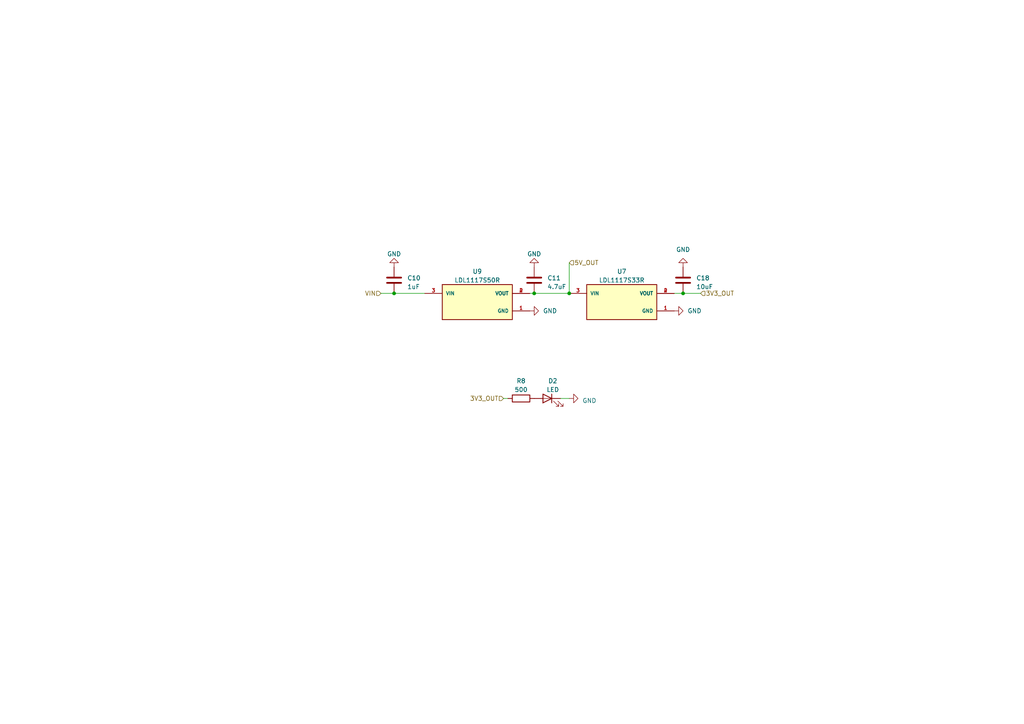
<source format=kicad_sch>
(kicad_sch (version 20230121) (generator eeschema)
  (paper "A4")
  (lib_symbols
    (symbol "Device:C" (pin_numbers hide) (pin_names (offset 0.254))
      (property "Reference" "C" (at 0.635 2.54 0))
      (property "Value" "C" (at 0.635 -2.54 0))
      (symbol "C_0_1"
        (polyline (pts (xy -2.032 -0.762) (xy 2.032 -0.762)) (stroke (width 0.508)))
        (polyline (pts (xy -2.032 0.762) (xy 2.032 0.762)) (stroke (width 0.508)))
      )
      (symbol "C_1_1"
        (pin passive line (at 0 3.81 270) (length 2.794) (name "~") (number "1"))
        (pin passive line (at 0 -3.81 90) (length 2.794) (name "~") (number "2"))
      )
    )
    (symbol "Device:LED" (pin_numbers hide) (pin_names (offset 1.016) hide)
      (property "Reference" "D" (at 0 2.54 0))
      (property "Value" "LED" (at 0 -2.54 0))
      (symbol "LED_0_1"
        (polyline (pts (xy -1.27 -1.27) (xy -1.27 1.27)) (stroke (width 0.254)))
        (polyline (pts (xy -1.27 0) (xy 1.27 0)))
        (polyline (pts (xy 1.27 -1.27) (xy 1.27 1.27) (xy -1.27 0) (xy 1.27 -1.27)) (stroke (width 0.254)))
        (polyline (pts (xy -3.048 -0.762) (xy -4.572 -2.286) (xy -3.81 -2.286) (xy -4.572 -2.286) (xy -4.572 -1.524)))
        (polyline (pts (xy -1.778 -0.762) (xy -3.302 -2.286) (xy -2.54 -2.286) (xy -3.302 -2.286) (xy -3.302 -1.524)))
      )
      (symbol "LED_1_1"
        (pin passive line (at -3.81 0 0) (length 2.54) (name "K") (number "1"))
        (pin passive line (at 3.81 0 180) (length 2.54) (name "A") (number "2"))
      )
    )
    (symbol "Device:R" (pin_numbers hide) (pin_names (offset 0))
      (property "Reference" "R" (at 2.032 0 90))
      (property "Value" "R" (at 0 0 90))
      (symbol "R_0_1"
        (rectangle (start -1.016 -2.54) (end 1.016 2.54) (stroke (width 0.254)))
      )
      (symbol "R_1_1"
        (pin passive line (at 0 3.81 270) (length 1.27) (name "~") (number "1"))
        (pin passive line (at 0 -3.81 90) (length 1.27) (name "~") (number "2"))
      )
    )
    (symbol "GND_1" (power) (pin_names (offset 0))
      (property "Value" "GND_1" (at 0 -3.81 0))
      (symbol "GND_1_0_1"
        (polyline (pts (xy 0 0) (xy 0 -1.27) (xy 1.27 -1.27) (xy 0 -2.54) (xy -1.27 -1.27) (xy 0 -1.27)))
      )
      (symbol "GND_1_1_1"
        (pin power_in line (at 0 0 270) (length 0) hide (name "GND") (number "1"))
      )
    )
    (symbol "GND_2" (power) (pin_names (offset 0))
      (property "Value" "GND_2" (at 0 -3.81 0))
      (symbol "GND_2_0_1"
        (polyline (pts (xy 0 0) (xy 0 -1.27) (xy 1.27 -1.27) (xy 0 -2.54) (xy -1.27 -1.27) (xy 0 -1.27)))
      )
      (symbol "GND_2_1_1"
        (pin power_in line (at 0 0 270) (length 0) hide (name "GND") (number "1"))
      )
    )
    (symbol "LDL1117S33R:LDL1117S33R" (pin_names (offset 1.016))
      (property "Reference" "U" (at -10.16 7.62 0))
      (property "Value" "LDL1117S33R" (at -10.16 -10.16 0))
      (symbol "LDL1117S33R_0_0"
        (rectangle (start -10.16 -5.08) (end 10.16 5.08) (stroke (width 0.254)) (fill (type background)))
        (pin power_in line (at 15.24 -2.54 180) (length 5.08) (name "GND") (number "1"))
        (pin output line (at 15.24 2.54 180) (length 5.08) (name "VOUT") (number "2"))
        (pin input line (at -15.24 2.54 0) (length 5.08) (name "VIN") (number "3"))
        (pin output line (at 15.24 2.54 180) (length 5.08) (name "VOUT") (number "4"))
      )
    )
    (symbol "power:GND" (power) (pin_names (offset 0))
      (property "Value" "GND" (at 0 -3.81 0))
      (symbol "GND_0_1"
        (polyline (pts (xy 0 0) (xy 0 -1.27) (xy 1.27 -1.27) (xy 0 -2.54) (xy -1.27 -1.27) (xy 0 -1.27)))
      )
      (symbol "GND_1_1"
        (pin power_in line (at 0 0 270) (length 0) hide (name "GND") (number "1"))
      )
    )
  )
  (junction (at 114.3 85.09))
  (junction (at 165.1 85.09))
  (junction (at 198.12 85.09))
  (junction (at 154.94 85.09))
  (wire (pts (xy 153.67 85.09) (xy 154.94 85.09)))
  (wire (pts (xy 165.1 76.2) (xy 165.1 85.09)))
  (wire (pts (xy 198.12 85.09) (xy 195.58 85.09)))
  (wire (pts (xy 165.1 115.57) (xy 162.56 115.57)))
  (wire (pts (xy 146.05 115.57) (xy 147.32 115.57)))
  (wire (pts (xy 154.94 85.09) (xy 165.1 85.09)))
  (wire (pts (xy 114.3 85.09) (xy 123.19 85.09)))
  (wire (pts (xy 110.49 85.09) (xy 114.3 85.09)))
  (wire (pts (xy 203.2 85.09) (xy 198.12 85.09)))
  (hierarchical_label "5V_OUT" (shape input) (at 165.1 76.2 0))
  (hierarchical_label "VIN" (shape input) (at 110.49 85.09 180))
  (hierarchical_label "3V3_OUT" (shape input) (at 146.05 115.57 180))
  (hierarchical_label "3V3_OUT" (shape input) (at 203.2 85.09 0))
  (symbol (lib_name "GND_1") (lib_id "power:GND") (at 165.1 115.57 90) (unit 1)
    (property "Reference" "#PWR045" (effects hide))
    (property "Value" "GND" (at 168.91 116.205 90) (effects (justify right)))
  )
  (symbol (lib_id "Device:C") (at 154.94 81.28 0) (unit 1)
    (property "Reference" "C11" (at 158.75 80.645 0) (effects (justify left)))
    (property "Value" "4.7uF" (at 158.75 83.185 0) (effects (justify left)))
    (property "Footprint" "Capacitor_SMD:C_0805_2012Metric" (effects hide))
  )
  (symbol (lib_id "power:GND") (at 195.58 90.17 90) (unit 1)
    (property "Reference" "#PWR046" (effects hide))
    (property "Value" "GND" (at 199.39 90.1699 90) (effects (justify right)))
  )
  (symbol (lib_name "GND_2") (lib_id "power:GND") (at 114.3 77.47 0) (mirror x) (unit 1)
    (property "Reference" "#PWR042" (effects hide))
    (property "Value" "GND" (at 114.3 73.66 0))
  )
  (symbol (lib_id "Device:R") (at 151.13 115.57 90) (unit 1)
    (property "Reference" "R8" (at 151.13 110.49 90))
    (property "Value" "500" (at 151.13 113.03 90))
    (property "Footprint" "Resistor_SMD:R_0805_2012Metric" (effects hide))
  )
  (symbol (lib_id "Device:C") (at 198.12 81.28 0) (unit 1)
    (property "Reference" "C18" (at 201.93 80.645 0) (effects (justify left)))
    (property "Value" "10uF" (at 201.93 83.185 0) (effects (justify left)))
    (property "Footprint" "Capacitor_SMD:C_0805_2012Metric" (effects hide))
  )
  (symbol (lib_name "GND_2") (lib_id "power:GND") (at 154.94 77.47 0) (mirror x) (unit 1)
    (property "Reference" "#PWR044" (effects hide))
    (property "Value" "GND" (at 154.94 73.66 0))
  )
  (symbol (lib_id "Device:LED") (at 158.75 115.57 0) (mirror y) (unit 1)
    (property "Reference" "D2" (at 160.3375 110.49 0))
    (property "Value" "LED" (at 160.3375 113.03 0))
    (property "Footprint" "Diode_SMD:D_0603_1608Metric" (effects hide))
  )
  (symbol (lib_id "LDL1117S33R:LDL1117S33R") (at 138.43 87.63 0) (unit 1)
    (property "Reference" "U9" (at 138.43 78.74 0))
    (property "Value" "LDL1117S50R" (at 138.43 81.28 0))
    (property "Footprint" "Package_TO_SOT_SMD:SOT-223" (effects hide))
    (property "SNAPEDA_PN" "LDL1117S50R" (effects hide))
    (property "PARTREV" "7" (effects hide))
    (property "MAXIMUM_PACKAGE_HEIGHT" "1.8 mm" (effects hide))
    (property "STANDARD" "IPC 7351B" (effects hide))
    (property "MANUFACTURER" "STMicroelectronics" (effects hide))
  )
  (symbol (lib_id "LDL1117S33R:LDL1117S33R") (at 180.34 87.63 0) (unit 1)
    (property "Reference" "U7" (at 180.34 78.74 0))
    (property "Value" "LDL1117S33R" (at 180.34 81.28 0))
    (property "Footprint" "Package_TO_SOT_SMD:SOT-223" (effects hide))
    (property "SNAPEDA_PN" "LDL1117S33R" (effects hide))
    (property "PARTREV" "7" (effects hide))
    (property "MAXIMUM_PACKAGE_HEIGHT" "1.8 mm" (effects hide))
    (property "STANDARD" "IPC 7351B" (effects hide))
    (property "MANUFACTURER" "STMicroelectronics" (effects hide))
  )
  (symbol (lib_id "Device:C") (at 114.3 81.28 0) (unit 1)
    (property "Reference" "C10" (at 118.11 80.645 0) (effects (justify left)))
    (property "Value" "1uF" (at 118.11 83.185 0) (effects (justify left)))
    (property "Footprint" "Capacitor_SMD:C_0805_2012Metric" (effects hide))
  )
  (symbol (lib_id "power:GND") (at 198.12 77.47 0) (mirror x) (unit 1)
    (property "Reference" "#PWR047" (effects hide))
    (property "Value" "GND" (at 198.12 72.39 0))
  )
  (symbol (lib_id "power:GND") (at 153.67 90.17 90) (unit 1)
    (property "Reference" "#PWR043" (effects hide))
    (property "Value" "GND" (at 157.48 90.1699 90) (effects (justify right)))
  )
)
</source>
